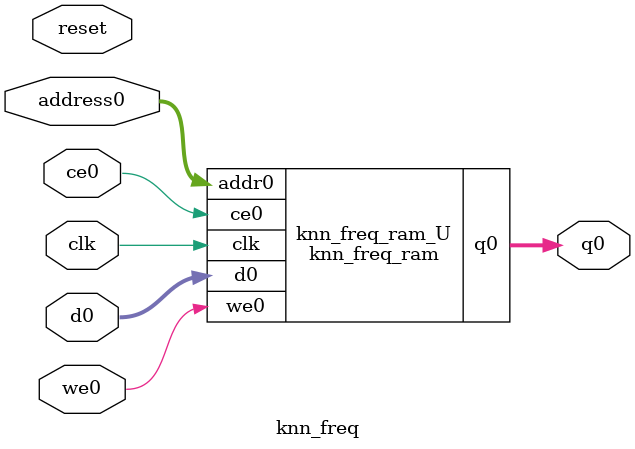
<source format=v>
`timescale 1 ns / 1 ps
module knn_freq_ram (addr0, ce0, d0, we0, q0,  clk);

parameter DWIDTH = 32;
parameter AWIDTH = 4;
parameter MEM_SIZE = 10;

input[AWIDTH-1:0] addr0;
input ce0;
input[DWIDTH-1:0] d0;
input we0;
output reg[DWIDTH-1:0] q0;
input clk;

(* ram_style = "distributed" *)reg [DWIDTH-1:0] ram[0:MEM_SIZE-1];




always @(posedge clk)  
begin 
    if (ce0) begin
        if (we0) 
            ram[addr0] <= d0; 
        q0 <= ram[addr0];
    end
end


endmodule

`timescale 1 ns / 1 ps
module knn_freq(
    reset,
    clk,
    address0,
    ce0,
    we0,
    d0,
    q0);

parameter DataWidth = 32'd32;
parameter AddressRange = 32'd10;
parameter AddressWidth = 32'd4;
input reset;
input clk;
input[AddressWidth - 1:0] address0;
input ce0;
input we0;
input[DataWidth - 1:0] d0;
output[DataWidth - 1:0] q0;



knn_freq_ram knn_freq_ram_U(
    .clk( clk ),
    .addr0( address0 ),
    .ce0( ce0 ),
    .we0( we0 ),
    .d0( d0 ),
    .q0( q0 ));

endmodule


</source>
